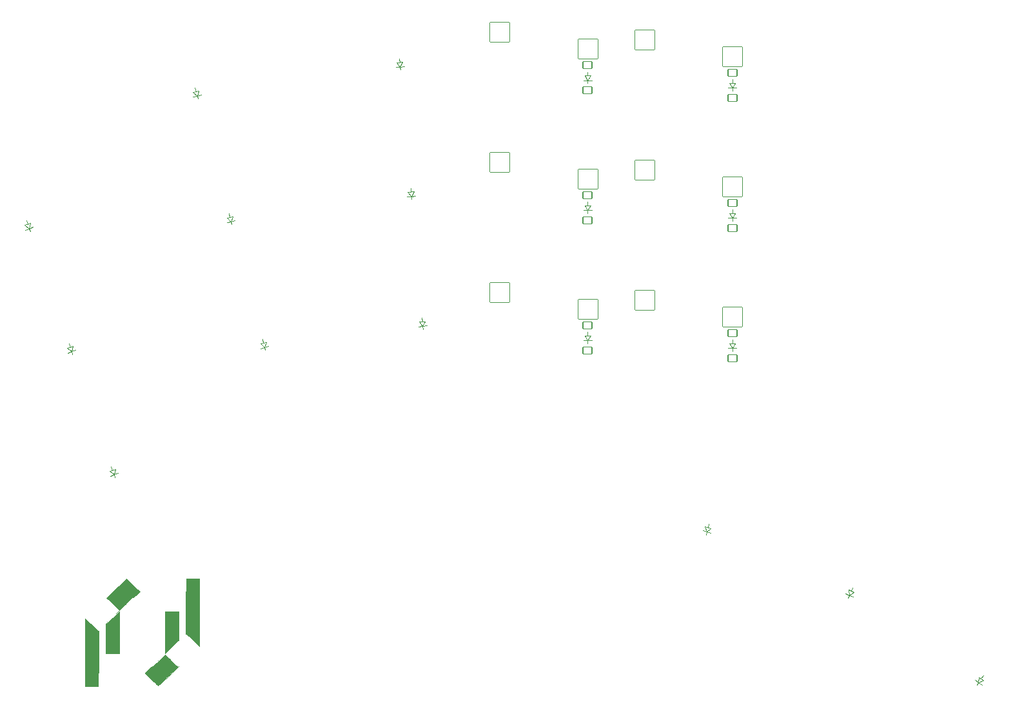
<source format=gbo>
%TF.GenerationSoftware,KiCad,Pcbnew,5.99.0-unknown-fa82fcb809~131~ubuntu20.04.1*%
%TF.CreationDate,2021-08-27T12:31:07+02:00*%
%TF.ProjectId,tuck-n-roll,7475636b-2d6e-42d7-926f-6c6c2e6b6963,VERSION_HERE*%
%TF.SameCoordinates,Original*%
%TF.FileFunction,Legend,Bot*%
%TF.FilePolarity,Positive*%
%FSLAX46Y46*%
G04 Gerber Fmt 4.6, Leading zero omitted, Abs format (unit mm)*
G04 Created by KiCad (PCBNEW 5.99.0-unknown-fa82fcb809~131~ubuntu20.04.1) date 2021-08-27 12:31:07*
%MOMM*%
%LPD*%
G01*
G04 APERTURE LIST*
G04 Aperture macros list*
%AMRoundRect*
0 Rectangle with rounded corners*
0 $1 Rounding radius*
0 $2 $3 $4 $5 $6 $7 $8 $9 X,Y pos of 4 corners*
0 Add a 4 corners polygon primitive as box body*
4,1,4,$2,$3,$4,$5,$6,$7,$8,$9,$2,$3,0*
0 Add four circle primitives for the rounded corners*
1,1,$1+$1,$2,$3*
1,1,$1+$1,$4,$5*
1,1,$1+$1,$6,$7*
1,1,$1+$1,$8,$9*
0 Add four rect primitives between the rounded corners*
20,1,$1+$1,$2,$3,$4,$5,0*
20,1,$1+$1,$4,$5,$6,$7,0*
20,1,$1+$1,$6,$7,$8,$9,0*
20,1,$1+$1,$8,$9,$2,$3,0*%
%AMRotRect*
0 Rectangle, with rotation*
0 The origin of the aperture is its center*
0 $1 length*
0 $2 width*
0 $3 Rotation angle, in degrees counterclockwise*
0 Add horizontal line*
21,1,$1,$2,0,0,$3*%
G04 Aperture macros list end*
%ADD10C,0.010000*%
%ADD11C,0.100000*%
%ADD12RotRect,1.752600X1.752600X233.000000*%
%ADD13C,1.752600*%
%ADD14C,1.801800*%
%ADD15C,3.529000*%
%ADD16C,2.132000*%
%ADD17C,3.100000*%
%ADD18RoundRect,0.050000X-1.300000X-1.300000X1.300000X-1.300000X1.300000X1.300000X-1.300000X1.300000X0*%
%ADD19RoundRect,0.050000X-0.919239X-1.592168X1.592168X-0.919239X0.919239X1.592168X-1.592168X0.919239X0*%
%ADD20C,1.600000*%
%ADD21C,1.700000*%
%ADD22RoundRect,0.050000X-1.727604X-0.628796X0.628796X-1.727604X1.727604X0.628796X-0.628796X1.727604X0*%
%ADD23RoundRect,0.050000X-0.805936X-1.652413X1.652413X-0.805936X0.805936X1.652413X-1.652413X0.805936X0*%
%ADD24RoundRect,0.050000X0.600000X-0.450000X0.600000X0.450000X-0.600000X0.450000X-0.600000X-0.450000X0*%
%ADD25RoundRect,0.050000X0.713817X-0.230142X0.420805X0.620824X-0.713817X0.230142X-0.420805X-0.620824X0*%
%ADD26RoundRect,0.050000X0.463087X-0.589958X0.696024X0.279375X-0.463087X0.589958X-0.696024X-0.279375X0*%
%ADD27RoundRect,0.050000X0.233382X-0.712764X0.749601X0.024473X-0.233382X0.712764X-0.749601X-0.024473X0*%
%ADD28RoundRect,0.050000X0.636937X-0.395994X0.558497X0.500581X-0.636937X0.395994X-0.558497X-0.500581X0*%
%ADD29RoundRect,0.050000X-1.810547X-0.319248X0.319248X-1.810547X1.810547X0.319248X-0.319248X1.810547X0*%
%ADD30RoundRect,0.050000X0.696024X-0.279375X0.463087X0.589958X-0.696024X0.279375X-0.463087X-0.589958X0*%
%ADD31RoundRect,0.050000X-1.181751X-1.408356X1.408356X-1.181751X1.181751X1.408356X-1.408356X1.181751X0*%
%ADD32RoundRect,0.050000X-1.592168X-0.919239X0.919239X-1.592168X1.592168X0.919239X-0.919239X1.592168X0*%
%ADD33RoundRect,0.050000X0.353606X-0.661409X0.733963X0.154268X-0.353606X0.661409X-0.733963X-0.154268X0*%
%ADD34RoundRect,0.050000X-0.172474X1.227215X-1.227215X-0.172474X0.172474X-1.227215X1.227215X0.172474X0*%
%ADD35C,1.852600*%
G04 APERTURE END LIST*
D10*
%TO.C,G\u002A\u002A\u002A*%
X4089855Y-12242135D02*
X4134070Y-12281280D01*
X4134070Y-12281280D02*
X4202292Y-12343256D01*
X4202292Y-12343256D02*
X4291166Y-12424914D01*
X4291166Y-12424914D02*
X4397337Y-12523105D01*
X4397337Y-12523105D02*
X4517448Y-12634681D01*
X4517448Y-12634681D02*
X4648143Y-12756494D01*
X4648143Y-12756494D02*
X4786068Y-12885394D01*
X4786068Y-12885394D02*
X4927865Y-13018233D01*
X4927865Y-13018233D02*
X5070179Y-13151863D01*
X5070179Y-13151863D02*
X5209655Y-13283135D01*
X5209655Y-13283135D02*
X5342936Y-13408900D01*
X5342936Y-13408900D02*
X5466667Y-13526010D01*
X5466667Y-13526010D02*
X5577492Y-13631317D01*
X5577492Y-13631317D02*
X5672055Y-13721671D01*
X5672055Y-13721671D02*
X5747000Y-13793924D01*
X5747000Y-13793924D02*
X5798971Y-13844928D01*
X5798971Y-13844928D02*
X5824613Y-13871534D01*
X5824613Y-13871534D02*
X5826701Y-13874359D01*
X5826701Y-13874359D02*
X5812528Y-13890686D01*
X5812528Y-13890686D02*
X5769691Y-13933917D01*
X5769691Y-13933917D02*
X5700374Y-14001965D01*
X5700374Y-14001965D02*
X5606756Y-14092739D01*
X5606756Y-14092739D02*
X5491020Y-14204149D01*
X5491020Y-14204149D02*
X5355347Y-14334106D01*
X5355347Y-14334106D02*
X5201918Y-14480519D01*
X5201918Y-14480519D02*
X5032916Y-14641300D01*
X5032916Y-14641300D02*
X4850521Y-14814357D01*
X4850521Y-14814357D02*
X4656914Y-14997601D01*
X4656914Y-14997601D02*
X4466743Y-15177186D01*
X4466743Y-15177186D02*
X3100917Y-16465581D01*
X3100917Y-16465581D02*
X3100917Y-22150917D01*
X3100917Y-22150917D02*
X1322917Y-22150917D01*
X1322917Y-22150917D02*
X1322917Y-18111903D01*
X1322917Y-18111903D02*
X2192198Y-17291544D01*
X2192198Y-17291544D02*
X3061478Y-16471184D01*
X3061478Y-16471184D02*
X2980656Y-16392788D01*
X2980656Y-16392788D02*
X2949512Y-16362998D01*
X2949512Y-16362998D02*
X2890857Y-16307306D01*
X2890857Y-16307306D02*
X2807996Y-16228836D01*
X2807996Y-16228836D02*
X2704235Y-16130711D01*
X2704235Y-16130711D02*
X2582877Y-16016056D01*
X2582877Y-16016056D02*
X2447229Y-15887993D01*
X2447229Y-15887993D02*
X2300595Y-15749646D01*
X2300595Y-15749646D02*
X2146281Y-15604139D01*
X2146281Y-15604139D02*
X2116667Y-15576225D01*
X2116667Y-15576225D02*
X1964446Y-15432472D01*
X1964446Y-15432472D02*
X1821987Y-15297395D01*
X1821987Y-15297395D02*
X1692189Y-15173785D01*
X1692189Y-15173785D02*
X1577955Y-15064430D01*
X1577955Y-15064430D02*
X1482184Y-14972117D01*
X1482184Y-14972117D02*
X1407779Y-14899637D01*
X1407779Y-14899637D02*
X1357641Y-14849776D01*
X1357641Y-14849776D02*
X1334669Y-14825325D01*
X1334669Y-14825325D02*
X1333500Y-14823422D01*
X1333500Y-14823422D02*
X1348463Y-14807520D01*
X1348463Y-14807520D02*
X1391573Y-14765119D01*
X1391573Y-14765119D02*
X1460161Y-14698746D01*
X1460161Y-14698746D02*
X1551560Y-14610928D01*
X1551560Y-14610928D02*
X1663100Y-14504192D01*
X1663100Y-14504192D02*
X1792114Y-14381066D01*
X1792114Y-14381066D02*
X1935932Y-14244076D01*
X1935932Y-14244076D02*
X2091887Y-14095750D01*
X2091887Y-14095750D02*
X2257310Y-13938615D01*
X2257310Y-13938615D02*
X2429533Y-13775198D01*
X2429533Y-13775198D02*
X2605886Y-13608026D01*
X2605886Y-13608026D02*
X2783703Y-13439626D01*
X2783703Y-13439626D02*
X2960314Y-13272525D01*
X2960314Y-13272525D02*
X3133050Y-13109250D01*
X3133050Y-13109250D02*
X3299245Y-12952330D01*
X3299245Y-12952330D02*
X3456228Y-12804290D01*
X3456228Y-12804290D02*
X3601332Y-12667657D01*
X3601332Y-12667657D02*
X3731888Y-12544960D01*
X3731888Y-12544960D02*
X3845228Y-12438725D01*
X3845228Y-12438725D02*
X3938684Y-12351479D01*
X3938684Y-12351479D02*
X4009587Y-12285750D01*
X4009587Y-12285750D02*
X4055268Y-12244064D01*
X4055268Y-12244064D02*
X4073005Y-12228969D01*
X4073005Y-12228969D02*
X4089855Y-12242135D01*
X4089855Y-12242135D02*
X4089855Y-12242135D01*
G36*
X4089855Y-12242135D02*
G01*
X4134070Y-12281280D01*
X4202292Y-12343256D01*
X4291166Y-12424914D01*
X4397337Y-12523105D01*
X4517448Y-12634681D01*
X4648143Y-12756494D01*
X4786068Y-12885394D01*
X4927865Y-13018233D01*
X5070179Y-13151863D01*
X5209655Y-13283135D01*
X5342936Y-13408900D01*
X5466667Y-13526010D01*
X5577492Y-13631317D01*
X5672055Y-13721671D01*
X5747000Y-13793924D01*
X5798971Y-13844928D01*
X5824613Y-13871534D01*
X5826701Y-13874359D01*
X5812528Y-13890686D01*
X5769691Y-13933917D01*
X5700374Y-14001965D01*
X5606756Y-14092739D01*
X5491020Y-14204149D01*
X5355347Y-14334106D01*
X5201918Y-14480519D01*
X5032916Y-14641300D01*
X4850521Y-14814357D01*
X4656914Y-14997601D01*
X4466743Y-15177186D01*
X3100917Y-16465581D01*
X3100917Y-22150917D01*
X1322917Y-22150917D01*
X1322917Y-18111903D01*
X2192198Y-17291544D01*
X3061478Y-16471184D01*
X2980656Y-16392788D01*
X2949512Y-16362998D01*
X2890857Y-16307306D01*
X2807996Y-16228836D01*
X2704235Y-16130711D01*
X2582877Y-16016056D01*
X2447229Y-15887993D01*
X2300595Y-15749646D01*
X2146281Y-15604139D01*
X2116667Y-15576225D01*
X1964446Y-15432472D01*
X1821987Y-15297395D01*
X1692189Y-15173785D01*
X1577955Y-15064430D01*
X1482184Y-14972117D01*
X1407779Y-14899637D01*
X1357641Y-14849776D01*
X1334669Y-14825325D01*
X1333500Y-14823422D01*
X1348463Y-14807520D01*
X1391573Y-14765119D01*
X1460161Y-14698746D01*
X1551560Y-14610928D01*
X1663100Y-14504192D01*
X1792114Y-14381066D01*
X1935932Y-14244076D01*
X2091887Y-14095750D01*
X2257310Y-13938615D01*
X2429533Y-13775198D01*
X2605886Y-13608026D01*
X2783703Y-13439626D01*
X2960314Y-13272525D01*
X3133050Y-13109250D01*
X3299245Y-12952330D01*
X3456228Y-12804290D01*
X3601332Y-12667657D01*
X3731888Y-12544960D01*
X3845228Y-12438725D01*
X3938684Y-12351479D01*
X4009587Y-12285750D01*
X4055268Y-12244064D01*
X4073005Y-12228969D01*
X4089855Y-12242135D01*
G37*
X4089855Y-12242135D02*
X4134070Y-12281280D01*
X4202292Y-12343256D01*
X4291166Y-12424914D01*
X4397337Y-12523105D01*
X4517448Y-12634681D01*
X4648143Y-12756494D01*
X4786068Y-12885394D01*
X4927865Y-13018233D01*
X5070179Y-13151863D01*
X5209655Y-13283135D01*
X5342936Y-13408900D01*
X5466667Y-13526010D01*
X5577492Y-13631317D01*
X5672055Y-13721671D01*
X5747000Y-13793924D01*
X5798971Y-13844928D01*
X5824613Y-13871534D01*
X5826701Y-13874359D01*
X5812528Y-13890686D01*
X5769691Y-13933917D01*
X5700374Y-14001965D01*
X5606756Y-14092739D01*
X5491020Y-14204149D01*
X5355347Y-14334106D01*
X5201918Y-14480519D01*
X5032916Y-14641300D01*
X4850521Y-14814357D01*
X4656914Y-14997601D01*
X4466743Y-15177186D01*
X3100917Y-16465581D01*
X3100917Y-22150917D01*
X1322917Y-22150917D01*
X1322917Y-18111903D01*
X2192198Y-17291544D01*
X3061478Y-16471184D01*
X2980656Y-16392788D01*
X2949512Y-16362998D01*
X2890857Y-16307306D01*
X2807996Y-16228836D01*
X2704235Y-16130711D01*
X2582877Y-16016056D01*
X2447229Y-15887993D01*
X2300595Y-15749646D01*
X2146281Y-15604139D01*
X2116667Y-15576225D01*
X1964446Y-15432472D01*
X1821987Y-15297395D01*
X1692189Y-15173785D01*
X1577955Y-15064430D01*
X1482184Y-14972117D01*
X1407779Y-14899637D01*
X1357641Y-14849776D01*
X1334669Y-14825325D01*
X1333500Y-14823422D01*
X1348463Y-14807520D01*
X1391573Y-14765119D01*
X1460161Y-14698746D01*
X1551560Y-14610928D01*
X1663100Y-14504192D01*
X1792114Y-14381066D01*
X1935932Y-14244076D01*
X2091887Y-14095750D01*
X2257310Y-13938615D01*
X2429533Y-13775198D01*
X2605886Y-13608026D01*
X2783703Y-13439626D01*
X2960314Y-13272525D01*
X3133050Y-13109250D01*
X3299245Y-12952330D01*
X3456228Y-12804290D01*
X3601332Y-12667657D01*
X3731888Y-12544960D01*
X3845228Y-12438725D01*
X3938684Y-12351479D01*
X4009587Y-12285750D01*
X4055268Y-12244064D01*
X4073005Y-12228969D01*
X4089855Y-12242135D01*
X-524196Y-18206390D02*
X348607Y-19028834D01*
X348607Y-19028834D02*
X348929Y-22706542D01*
X348929Y-22706542D02*
X349250Y-26384250D01*
X349250Y-26384250D02*
X-527917Y-26384250D01*
X-527917Y-26384250D02*
X-716284Y-26383880D01*
X-716284Y-26383880D02*
X-891099Y-26382822D01*
X-891099Y-26382822D02*
X-1047914Y-26381156D01*
X-1047914Y-26381156D02*
X-1182286Y-26378963D01*
X-1182286Y-26378963D02*
X-1289767Y-26376321D01*
X-1289767Y-26376321D02*
X-1365912Y-26373312D01*
X-1365912Y-26373312D02*
X-1406275Y-26370014D01*
X-1406275Y-26370014D02*
X-1411626Y-26368375D01*
X-1411626Y-26368375D02*
X-1412207Y-26345985D01*
X-1412207Y-26345985D02*
X-1412677Y-26283218D01*
X-1412677Y-26283218D02*
X-1413037Y-26182030D01*
X-1413037Y-26182030D02*
X-1413288Y-26044377D01*
X-1413288Y-26044377D02*
X-1413433Y-25872216D01*
X-1413433Y-25872216D02*
X-1413472Y-25667502D01*
X-1413472Y-25667502D02*
X-1413409Y-25432191D01*
X-1413409Y-25432191D02*
X-1413244Y-25168240D01*
X-1413244Y-25168240D02*
X-1412979Y-24877605D01*
X-1412979Y-24877605D02*
X-1412617Y-24562242D01*
X-1412617Y-24562242D02*
X-1412158Y-24224107D01*
X-1412158Y-24224107D02*
X-1411605Y-23865156D01*
X-1411605Y-23865156D02*
X-1410959Y-23487346D01*
X-1410959Y-23487346D02*
X-1410222Y-23092631D01*
X-1410222Y-23092631D02*
X-1409397Y-22682970D01*
X-1409397Y-22682970D02*
X-1408483Y-22260317D01*
X-1408483Y-22260317D02*
X-1407583Y-21868223D01*
X-1407583Y-21868223D02*
X-1397000Y-17383946D01*
X-1397000Y-17383946D02*
X-524196Y-18206390D01*
X-524196Y-18206390D02*
X-524196Y-18206390D01*
G36*
X-524196Y-18206390D02*
G01*
X348607Y-19028834D01*
X348929Y-22706542D01*
X349250Y-26384250D01*
X-527917Y-26384250D01*
X-716284Y-26383880D01*
X-891099Y-26382822D01*
X-1047914Y-26381156D01*
X-1182286Y-26378963D01*
X-1289767Y-26376321D01*
X-1365912Y-26373312D01*
X-1406275Y-26370014D01*
X-1411626Y-26368375D01*
X-1412207Y-26345985D01*
X-1412677Y-26283218D01*
X-1413037Y-26182030D01*
X-1413288Y-26044377D01*
X-1413433Y-25872216D01*
X-1413472Y-25667502D01*
X-1413409Y-25432191D01*
X-1413244Y-25168240D01*
X-1412979Y-24877605D01*
X-1412617Y-24562242D01*
X-1412158Y-24224107D01*
X-1411605Y-23865156D01*
X-1410959Y-23487346D01*
X-1410222Y-23092631D01*
X-1409397Y-22682970D01*
X-1408483Y-22260317D01*
X-1407583Y-21868223D01*
X-1397000Y-17383946D01*
X-524196Y-18206390D01*
G37*
X-524196Y-18206390D02*
X348607Y-19028834D01*
X348929Y-22706542D01*
X349250Y-26384250D01*
X-527917Y-26384250D01*
X-716284Y-26383880D01*
X-891099Y-26382822D01*
X-1047914Y-26381156D01*
X-1182286Y-26378963D01*
X-1289767Y-26376321D01*
X-1365912Y-26373312D01*
X-1406275Y-26370014D01*
X-1411626Y-26368375D01*
X-1412207Y-26345985D01*
X-1412677Y-26283218D01*
X-1413037Y-26182030D01*
X-1413288Y-26044377D01*
X-1413433Y-25872216D01*
X-1413472Y-25667502D01*
X-1413409Y-25432191D01*
X-1413244Y-25168240D01*
X-1412979Y-24877605D01*
X-1412617Y-24562242D01*
X-1412158Y-24224107D01*
X-1411605Y-23865156D01*
X-1410959Y-23487346D01*
X-1410222Y-23092631D01*
X-1409397Y-22682970D01*
X-1408483Y-22260317D01*
X-1407583Y-21868223D01*
X-1397000Y-17383946D01*
X-524196Y-18206390D01*
X13599584Y-16721667D02*
X13599510Y-17154794D01*
X13599510Y-17154794D02*
X13599294Y-17576557D01*
X13599294Y-17576557D02*
X13598942Y-17985014D01*
X13598942Y-17985014D02*
X13598461Y-18378222D01*
X13598461Y-18378222D02*
X13597859Y-18754236D01*
X13597859Y-18754236D02*
X13597141Y-19111115D01*
X13597141Y-19111115D02*
X13596315Y-19446915D01*
X13596315Y-19446915D02*
X13595388Y-19759692D01*
X13595388Y-19759692D02*
X13594366Y-20047504D01*
X13594366Y-20047504D02*
X13593257Y-20308407D01*
X13593257Y-20308407D02*
X13592067Y-20540458D01*
X13592067Y-20540458D02*
X13590802Y-20741715D01*
X13590802Y-20741715D02*
X13589471Y-20910233D01*
X13589471Y-20910233D02*
X13588080Y-21044071D01*
X13588080Y-21044071D02*
X13586635Y-21141284D01*
X13586635Y-21141284D02*
X13585143Y-21199929D01*
X13585143Y-21199929D02*
X13583709Y-21218154D01*
X13583709Y-21218154D02*
X13565838Y-21203734D01*
X13565838Y-21203734D02*
X13520073Y-21162746D01*
X13520073Y-21162746D02*
X13449204Y-21097789D01*
X13449204Y-21097789D02*
X13356019Y-21011462D01*
X13356019Y-21011462D02*
X13243308Y-20906363D01*
X13243308Y-20906363D02*
X13113858Y-20785091D01*
X13113858Y-20785091D02*
X12970459Y-20650244D01*
X12970459Y-20650244D02*
X12815901Y-20504423D01*
X12815901Y-20504423D02*
X12694709Y-20389770D01*
X12694709Y-20389770D02*
X11821584Y-19562816D01*
X11821584Y-19562816D02*
X11821584Y-12223750D01*
X11821584Y-12223750D02*
X13599584Y-12223750D01*
X13599584Y-12223750D02*
X13599584Y-16721667D01*
X13599584Y-16721667D02*
X13599584Y-16721667D01*
G36*
X13599584Y-16721667D02*
G01*
X13599510Y-17154794D01*
X13599294Y-17576557D01*
X13598942Y-17985014D01*
X13598461Y-18378222D01*
X13597859Y-18754236D01*
X13597141Y-19111115D01*
X13596315Y-19446915D01*
X13595388Y-19759692D01*
X13594366Y-20047504D01*
X13593257Y-20308407D01*
X13592067Y-20540458D01*
X13590802Y-20741715D01*
X13589471Y-20910233D01*
X13588080Y-21044071D01*
X13586635Y-21141284D01*
X13585143Y-21199929D01*
X13583709Y-21218154D01*
X13565838Y-21203734D01*
X13520073Y-21162746D01*
X13449204Y-21097789D01*
X13356019Y-21011462D01*
X13243308Y-20906363D01*
X13113858Y-20785091D01*
X12970459Y-20650244D01*
X12815901Y-20504423D01*
X12694709Y-20389770D01*
X11821584Y-19562816D01*
X11821584Y-12223750D01*
X13599584Y-12223750D01*
X13599584Y-16721667D01*
G37*
X13599584Y-16721667D02*
X13599510Y-17154794D01*
X13599294Y-17576557D01*
X13598942Y-17985014D01*
X13598461Y-18378222D01*
X13597859Y-18754236D01*
X13597141Y-19111115D01*
X13596315Y-19446915D01*
X13595388Y-19759692D01*
X13594366Y-20047504D01*
X13593257Y-20308407D01*
X13592067Y-20540458D01*
X13590802Y-20741715D01*
X13589471Y-20910233D01*
X13588080Y-21044071D01*
X13586635Y-21141284D01*
X13585143Y-21199929D01*
X13583709Y-21218154D01*
X13565838Y-21203734D01*
X13520073Y-21162746D01*
X13449204Y-21097789D01*
X13356019Y-21011462D01*
X13243308Y-20906363D01*
X13113858Y-20785091D01*
X12970459Y-20650244D01*
X12815901Y-20504423D01*
X12694709Y-20389770D01*
X11821584Y-19562816D01*
X11821584Y-12223750D01*
X13599584Y-12223750D01*
X13599584Y-16721667D01*
X10869084Y-20491282D02*
X10002939Y-21305225D01*
X10002939Y-21305225D02*
X9842501Y-21456201D01*
X9842501Y-21456201D02*
X9691640Y-21598567D01*
X9691640Y-21598567D02*
X9553128Y-21729681D01*
X9553128Y-21729681D02*
X9429732Y-21846903D01*
X9429732Y-21846903D02*
X9324222Y-21947592D01*
X9324222Y-21947592D02*
X9239367Y-22029107D01*
X9239367Y-22029107D02*
X9177937Y-22088808D01*
X9177937Y-22088808D02*
X9142702Y-22124054D01*
X9142702Y-22124054D02*
X9135106Y-22132756D01*
X9135106Y-22132756D02*
X9149748Y-22149387D01*
X9149748Y-22149387D02*
X9192487Y-22192381D01*
X9192487Y-22192381D02*
X9260579Y-22259100D01*
X9260579Y-22259100D02*
X9351281Y-22346906D01*
X9351281Y-22346906D02*
X9461849Y-22453160D01*
X9461849Y-22453160D02*
X9589541Y-22575224D01*
X9589541Y-22575224D02*
X9731615Y-22710459D01*
X9731615Y-22710459D02*
X9885326Y-22856229D01*
X9885326Y-22856229D02*
X10002252Y-22966779D01*
X10002252Y-22966779D02*
X10162261Y-23118399D01*
X10162261Y-23118399D02*
X10312149Y-23261444D01*
X10312149Y-23261444D02*
X10449228Y-23393281D01*
X10449228Y-23393281D02*
X10570811Y-23511277D01*
X10570811Y-23511277D02*
X10674211Y-23612798D01*
X10674211Y-23612798D02*
X10756741Y-23695209D01*
X10756741Y-23695209D02*
X10815713Y-23755879D01*
X10815713Y-23755879D02*
X10848441Y-23792172D01*
X10848441Y-23792172D02*
X10854210Y-23801767D01*
X10854210Y-23801767D02*
X10836591Y-23818158D01*
X10836591Y-23818158D02*
X10790422Y-23861449D01*
X10790422Y-23861449D02*
X10717965Y-23929509D01*
X10717965Y-23929509D02*
X10621484Y-24020210D01*
X10621484Y-24020210D02*
X10503242Y-24131423D01*
X10503242Y-24131423D02*
X10365501Y-24261017D01*
X10365501Y-24261017D02*
X10210525Y-24406864D01*
X10210525Y-24406864D02*
X10040578Y-24566836D01*
X10040578Y-24566836D02*
X9857921Y-24738801D01*
X9857921Y-24738801D02*
X9664819Y-24920633D01*
X9664819Y-24920633D02*
X9513390Y-25063243D01*
X9513390Y-25063243D02*
X9313152Y-25251793D01*
X9313152Y-25251793D02*
X9121101Y-25432556D01*
X9121101Y-25432556D02*
X8939560Y-25603351D01*
X8939560Y-25603351D02*
X8770856Y-25761993D01*
X8770856Y-25761993D02*
X8617311Y-25906298D01*
X8617311Y-25906298D02*
X8481251Y-26034085D01*
X8481251Y-26034085D02*
X8365000Y-26143168D01*
X8365000Y-26143168D02*
X8270883Y-26231365D01*
X8270883Y-26231365D02*
X8201224Y-26296493D01*
X8201224Y-26296493D02*
X8158347Y-26336367D01*
X8158347Y-26336367D02*
X8145284Y-26348285D01*
X8145284Y-26348285D02*
X8135265Y-26355887D01*
X8135265Y-26355887D02*
X8123960Y-26359653D01*
X8123960Y-26359653D02*
X8108876Y-26357450D01*
X8108876Y-26357450D02*
X8087520Y-26347145D01*
X8087520Y-26347145D02*
X8057401Y-26326604D01*
X8057401Y-26326604D02*
X8016026Y-26293696D01*
X8016026Y-26293696D02*
X7960903Y-26246286D01*
X7960903Y-26246286D02*
X7889539Y-26182242D01*
X7889539Y-26182242D02*
X7799443Y-26099430D01*
X7799443Y-26099430D02*
X7688122Y-25995718D01*
X7688122Y-25995718D02*
X7553083Y-25868972D01*
X7553083Y-25868972D02*
X7391835Y-25717060D01*
X7391835Y-25717060D02*
X7236144Y-25570175D01*
X7236144Y-25570175D02*
X7075780Y-25418623D01*
X7075780Y-25418623D02*
X6924834Y-25275534D01*
X6924834Y-25275534D02*
X6786090Y-25143576D01*
X6786090Y-25143576D02*
X6662333Y-25025420D01*
X6662333Y-25025420D02*
X6556346Y-24923732D01*
X6556346Y-24923732D02*
X6470913Y-24841183D01*
X6470913Y-24841183D02*
X6408819Y-24780442D01*
X6408819Y-24780442D02*
X6372847Y-24744176D01*
X6372847Y-24744176D02*
X6364706Y-24734801D01*
X6364706Y-24734801D02*
X6378801Y-24717775D01*
X6378801Y-24717775D02*
X6421578Y-24673875D01*
X6421578Y-24673875D02*
X6490855Y-24605197D01*
X6490855Y-24605197D02*
X6584451Y-24513841D01*
X6584451Y-24513841D02*
X6700182Y-24401904D01*
X6700182Y-24401904D02*
X6835865Y-24271485D01*
X6835865Y-24271485D02*
X6989320Y-24124681D01*
X6989320Y-24124681D02*
X7158363Y-23963591D01*
X7158363Y-23963591D02*
X7340811Y-23790313D01*
X7340811Y-23790313D02*
X7534483Y-23606945D01*
X7534483Y-23606945D02*
X7724032Y-23427994D01*
X7724032Y-23427994D02*
X9089818Y-22140334D01*
X9089818Y-22140334D02*
X9091084Y-16457084D01*
X9091084Y-16457084D02*
X10869084Y-16457084D01*
X10869084Y-16457084D02*
X10869084Y-20491282D01*
X10869084Y-20491282D02*
X10869084Y-20491282D01*
G36*
X10869084Y-20491282D02*
G01*
X10002939Y-21305225D01*
X9842501Y-21456201D01*
X9691640Y-21598567D01*
X9553128Y-21729681D01*
X9429732Y-21846903D01*
X9324222Y-21947592D01*
X9239367Y-22029107D01*
X9177937Y-22088808D01*
X9142702Y-22124054D01*
X9135106Y-22132756D01*
X9149748Y-22149387D01*
X9192487Y-22192381D01*
X9260579Y-22259100D01*
X9351281Y-22346906D01*
X9461849Y-22453160D01*
X9589541Y-22575224D01*
X9731615Y-22710459D01*
X9885326Y-22856229D01*
X10002252Y-22966779D01*
X10162261Y-23118399D01*
X10312149Y-23261444D01*
X10449228Y-23393281D01*
X10570811Y-23511277D01*
X10674211Y-23612798D01*
X10756741Y-23695209D01*
X10815713Y-23755879D01*
X10848441Y-23792172D01*
X10854210Y-23801767D01*
X10836591Y-23818158D01*
X10790422Y-23861449D01*
X10717965Y-23929509D01*
X10621484Y-24020210D01*
X10503242Y-24131423D01*
X10365501Y-24261017D01*
X10210525Y-24406864D01*
X10040578Y-24566836D01*
X9857921Y-24738801D01*
X9664819Y-24920633D01*
X9513390Y-25063243D01*
X9313152Y-25251793D01*
X9121101Y-25432556D01*
X8939560Y-25603351D01*
X8770856Y-25761993D01*
X8617311Y-25906298D01*
X8481251Y-26034085D01*
X8365000Y-26143168D01*
X8270883Y-26231365D01*
X8201224Y-26296493D01*
X8158347Y-26336367D01*
X8145284Y-26348285D01*
X8135265Y-26355887D01*
X8123960Y-26359653D01*
X8108876Y-26357450D01*
X8087520Y-26347145D01*
X8057401Y-26326604D01*
X8016026Y-26293696D01*
X7960903Y-26246286D01*
X7889539Y-26182242D01*
X7799443Y-26099430D01*
X7688122Y-25995718D01*
X7553083Y-25868972D01*
X7391835Y-25717060D01*
X7236144Y-25570175D01*
X7075780Y-25418623D01*
X6924834Y-25275534D01*
X6786090Y-25143576D01*
X6662333Y-25025420D01*
X6556346Y-24923732D01*
X6470913Y-24841183D01*
X6408819Y-24780442D01*
X6372847Y-24744176D01*
X6364706Y-24734801D01*
X6378801Y-24717775D01*
X6421578Y-24673875D01*
X6490855Y-24605197D01*
X6584451Y-24513841D01*
X6700182Y-24401904D01*
X6835865Y-24271485D01*
X6989320Y-24124681D01*
X7158363Y-23963591D01*
X7340811Y-23790313D01*
X7534483Y-23606945D01*
X7724032Y-23427994D01*
X9089818Y-22140334D01*
X9091084Y-16457084D01*
X10869084Y-16457084D01*
X10869084Y-20491282D01*
G37*
X10869084Y-20491282D02*
X10002939Y-21305225D01*
X9842501Y-21456201D01*
X9691640Y-21598567D01*
X9553128Y-21729681D01*
X9429732Y-21846903D01*
X9324222Y-21947592D01*
X9239367Y-22029107D01*
X9177937Y-22088808D01*
X9142702Y-22124054D01*
X9135106Y-22132756D01*
X9149748Y-22149387D01*
X9192487Y-22192381D01*
X9260579Y-22259100D01*
X9351281Y-22346906D01*
X9461849Y-22453160D01*
X9589541Y-22575224D01*
X9731615Y-22710459D01*
X9885326Y-22856229D01*
X10002252Y-22966779D01*
X10162261Y-23118399D01*
X10312149Y-23261444D01*
X10449228Y-23393281D01*
X10570811Y-23511277D01*
X10674211Y-23612798D01*
X10756741Y-23695209D01*
X10815713Y-23755879D01*
X10848441Y-23792172D01*
X10854210Y-23801767D01*
X10836591Y-23818158D01*
X10790422Y-23861449D01*
X10717965Y-23929509D01*
X10621484Y-24020210D01*
X10503242Y-24131423D01*
X10365501Y-24261017D01*
X10210525Y-24406864D01*
X10040578Y-24566836D01*
X9857921Y-24738801D01*
X9664819Y-24920633D01*
X9513390Y-25063243D01*
X9313152Y-25251793D01*
X9121101Y-25432556D01*
X8939560Y-25603351D01*
X8770856Y-25761993D01*
X8617311Y-25906298D01*
X8481251Y-26034085D01*
X8365000Y-26143168D01*
X8270883Y-26231365D01*
X8201224Y-26296493D01*
X8158347Y-26336367D01*
X8145284Y-26348285D01*
X8135265Y-26355887D01*
X8123960Y-26359653D01*
X8108876Y-26357450D01*
X8087520Y-26347145D01*
X8057401Y-26326604D01*
X8016026Y-26293696D01*
X7960903Y-26246286D01*
X7889539Y-26182242D01*
X7799443Y-26099430D01*
X7688122Y-25995718D01*
X7553083Y-25868972D01*
X7391835Y-25717060D01*
X7236144Y-25570175D01*
X7075780Y-25418623D01*
X6924834Y-25275534D01*
X6786090Y-25143576D01*
X6662333Y-25025420D01*
X6556346Y-24923732D01*
X6470913Y-24841183D01*
X6408819Y-24780442D01*
X6372847Y-24744176D01*
X6364706Y-24734801D01*
X6378801Y-24717775D01*
X6421578Y-24673875D01*
X6490855Y-24605197D01*
X6584451Y-24513841D01*
X6700182Y-24401904D01*
X6835865Y-24271485D01*
X6989320Y-24124681D01*
X7158363Y-23963591D01*
X7340811Y-23790313D01*
X7534483Y-23606945D01*
X7724032Y-23427994D01*
X9089818Y-22140334D01*
X9091084Y-16457084D01*
X10869084Y-16457084D01*
X10869084Y-20491282D01*
D11*
%TO.C,D11*%
X64972091Y36740601D02*
X64572091Y36140601D01*
X64572091Y36140601D02*
X65122091Y36140601D01*
X64572091Y36140601D02*
X64022091Y36140601D01*
X64572091Y36140601D02*
X64172091Y36740601D01*
X64572091Y36740601D02*
X64572091Y37240601D01*
X64572091Y35740601D02*
X64572091Y36140601D01*
X64172091Y36740601D02*
X64972091Y36740601D01*
%TO.C,D3*%
X-9328160Y34202640D02*
X-8571746Y34463095D01*
X-8754612Y33765556D02*
X-9274647Y33586494D01*
X-8624385Y33387349D02*
X-8754612Y33765556D01*
X-8754612Y33765556D02*
X-8234577Y33944619D01*
X-8949953Y34332868D02*
X-9112737Y34805627D01*
X-8571746Y34463095D02*
X-8754612Y33765556D01*
X-8754612Y33765556D02*
X-9328160Y34202640D01*
%TO.C,D10*%
X64572091Y18640601D02*
X64572091Y19040601D01*
X64172091Y19640601D02*
X64972091Y19640601D01*
X64572091Y19040601D02*
X64022091Y19040601D01*
X64572091Y19640601D02*
X64572091Y20140601D01*
X64972091Y19640601D02*
X64572091Y19040601D01*
X64572091Y19040601D02*
X64172091Y19640601D01*
X64572091Y19040601D02*
X65122091Y19040601D01*
%TO.C,D16*%
X80200392Y-6082730D02*
X79669133Y-5940380D01*
X80200392Y-6082730D02*
X79969313Y-5399647D01*
X80200392Y-6082730D02*
X80731652Y-6225081D01*
X79969313Y-5399647D02*
X80742054Y-5606702D01*
X80355684Y-5503175D02*
X80485093Y-5020212D01*
X80096865Y-6469100D02*
X80200392Y-6082730D01*
X80742054Y-5606702D02*
X80200392Y-6082730D01*
%TO.C,D18*%
X115906732Y-25165654D02*
X116562054Y-25624516D01*
X116234393Y-25395085D02*
X116521181Y-24985509D01*
X115890247Y-25886576D02*
X115906732Y-25165654D01*
X116562054Y-25624516D02*
X115890247Y-25886576D01*
X115890247Y-25886576D02*
X116340781Y-26202043D01*
X115660817Y-26214237D02*
X115890247Y-25886576D01*
X115890247Y-25886576D02*
X115439714Y-25571109D01*
%TO.C,D7*%
X42904193Y20941747D02*
X42453421Y21504601D01*
X42939055Y20543269D02*
X42904193Y20941747D01*
X42453421Y21504601D02*
X43250377Y21574326D01*
X42904193Y20941747D02*
X43452100Y20989683D01*
X42851899Y21539464D02*
X42808321Y22037561D01*
X42904193Y20941747D02*
X42356285Y20893811D01*
X43250377Y21574326D02*
X42904193Y20941747D01*
%TO.C,D14*%
X83572091Y34740601D02*
X83572091Y35140601D01*
X83972091Y35740601D02*
X83572091Y35140601D01*
X83572091Y35140601D02*
X84122091Y35140601D01*
X83572091Y35140601D02*
X83172091Y35740601D01*
X83572091Y35140601D02*
X83022091Y35140601D01*
X83572091Y35740601D02*
X83572091Y36240601D01*
X83172091Y35740601D02*
X83972091Y35740601D01*
%TO.C,D5*%
X17569699Y35258062D02*
X17440290Y35741025D01*
X17724991Y34678507D02*
X18256250Y34820857D01*
X17724991Y34678507D02*
X17193731Y34536156D01*
X17183329Y35154535D02*
X17956070Y35361590D01*
X17956070Y35361590D02*
X17724991Y34678507D01*
X17828518Y34292137D02*
X17724991Y34678507D01*
X17724991Y34678507D02*
X17183329Y35154535D01*
%TO.C,D13*%
X83172091Y18640601D02*
X83972091Y18640601D01*
X83972091Y18640601D02*
X83572091Y18040601D01*
X83572091Y18040601D02*
X83022091Y18040601D01*
X83572091Y18640601D02*
X83572091Y19140601D01*
X83572091Y18040601D02*
X83172091Y18640601D01*
X83572091Y17640601D02*
X83572091Y18040601D01*
X83572091Y18040601D02*
X84122091Y18040601D01*
%TO.C,D9*%
X40269651Y55644185D02*
X39923467Y55011606D01*
X39958329Y54613128D02*
X39923467Y55011606D01*
X39871173Y55609323D02*
X39827595Y56107420D01*
X39923467Y55011606D02*
X40471374Y55059542D01*
X39923467Y55011606D02*
X39472695Y55574460D01*
X39472695Y55574460D02*
X40269651Y55644185D01*
X39923467Y55011606D02*
X39375559Y54963670D01*
%TO.C,D1*%
X2379819Y1428821D02*
X1806271Y1865905D01*
X2379819Y1428821D02*
X2899854Y1607884D01*
X2379819Y1428821D02*
X1859784Y1249759D01*
X2562685Y2126360D02*
X2379819Y1428821D01*
X1806271Y1865905D02*
X2562685Y2126360D01*
X2510046Y1050614D02*
X2379819Y1428821D01*
X2184478Y1996133D02*
X2021694Y2468892D01*
%TO.C,D12*%
X64572091Y53240601D02*
X64022091Y53240601D01*
X64972091Y53840601D02*
X64572091Y53240601D01*
X64572091Y53240601D02*
X64172091Y53840601D01*
X64572091Y53840601D02*
X64572091Y54340601D01*
X64572091Y53240601D02*
X65122091Y53240601D01*
X64572091Y52840601D02*
X64572091Y53240601D01*
X64172091Y53840601D02*
X64972091Y53840601D01*
%TO.C,D2*%
X-3760945Y18034273D02*
X-3004531Y18294728D01*
X-3187397Y17597189D02*
X-2667362Y17776252D01*
X-3187397Y17597189D02*
X-3760945Y18034273D01*
X-3057170Y17218982D02*
X-3187397Y17597189D01*
X-3187397Y17597189D02*
X-3707432Y17418127D01*
X-3382738Y18164501D02*
X-3545522Y18637260D01*
X-3004531Y18294728D02*
X-3187397Y17597189D01*
%TO.C,D15*%
X83572091Y52240601D02*
X83172091Y52840601D01*
X83572091Y52240601D02*
X84122091Y52240601D01*
X83572091Y51840601D02*
X83572091Y52240601D01*
X83172091Y52840601D02*
X83972091Y52840601D01*
X83572091Y52840601D02*
X83572091Y53340601D01*
X83572091Y52240601D02*
X83022091Y52240601D01*
X83972091Y52840601D02*
X83572091Y52240601D01*
%TO.C,D17*%
X98911626Y-14423425D02*
X98413156Y-14190985D01*
X98802673Y-13710593D02*
X99527720Y-14048687D01*
X98911626Y-14423425D02*
X99410095Y-14655865D01*
X98742578Y-14785948D02*
X98911626Y-14423425D01*
X98911626Y-14423425D02*
X98802673Y-13710593D01*
X99165197Y-13879640D02*
X99376506Y-13426486D01*
X99527720Y-14048687D02*
X98911626Y-14423425D01*
%TO.C,D4*%
X22150797Y18161175D02*
X21609135Y18637203D01*
X22150797Y18161175D02*
X22682056Y18303525D01*
X22150797Y18161175D02*
X21619537Y18018824D01*
X22381876Y18844258D02*
X22150797Y18161175D01*
X22254324Y17774805D02*
X22150797Y18161175D01*
X21609135Y18637203D02*
X22381876Y18844258D01*
X21995505Y18740730D02*
X21866096Y19223693D01*
%TO.C,D8*%
X41413830Y37976676D02*
X41961737Y38024612D01*
X41760014Y38609255D02*
X41413830Y37976676D01*
X41361536Y38574393D02*
X41317958Y39072490D01*
X41448692Y37578198D02*
X41413830Y37976676D01*
X41413830Y37976676D02*
X40865922Y37928740D01*
X40963058Y38539530D02*
X41760014Y38609255D01*
X41413830Y37976676D02*
X40963058Y38539530D01*
%TO.C,D6*%
X12757524Y51671867D02*
X13530265Y51878922D01*
X13299186Y51195839D02*
X12757524Y51671867D01*
X13143894Y51775394D02*
X13014485Y52258357D01*
X13299186Y51195839D02*
X12767926Y51053488D01*
X13299186Y51195839D02*
X13830445Y51338189D01*
X13530265Y51878922D02*
X13299186Y51195839D01*
X13402713Y50809469D02*
X13299186Y51195839D01*
%TD*%
D12*
%TO.C,MCU1*%
X105643844Y60333370D03*
D13*
X104115234Y58304835D03*
X102586624Y56276301D03*
X101058014Y54247767D03*
X99529404Y52219233D03*
X98000793Y50190699D03*
X96472183Y48162164D03*
X94943573Y46133630D03*
X93414963Y44105096D03*
X91886353Y42076562D03*
X90357743Y40048028D03*
X88829133Y38019493D03*
X117815049Y51161709D03*
X116286439Y49133174D03*
X114757829Y47104640D03*
X113229219Y45076106D03*
X111700609Y43047572D03*
X110171999Y41019038D03*
X108643389Y38990503D03*
X107114778Y36961969D03*
X105586168Y34933435D03*
X104057558Y32904901D03*
X102528948Y30876367D03*
X101000338Y28847832D03*
%TD*%
%LPC*%
D10*
%TO.C,G\u002A\u002A\u002A*%
X10869084Y-16478250D02*
X3082600Y-16478250D01*
X3082600Y-16478250D02*
X1726130Y-17758834D01*
X1726130Y-17758834D02*
X1524366Y-17949119D01*
X1524366Y-17949119D02*
X1331270Y-18130860D01*
X1331270Y-18130860D02*
X1149071Y-18301978D01*
X1149071Y-18301978D02*
X980000Y-18460396D01*
X980000Y-18460396D02*
X826286Y-18604039D01*
X826286Y-18604039D02*
X690157Y-18730827D01*
X690157Y-18730827D02*
X573845Y-18838685D01*
X573845Y-18838685D02*
X479579Y-18925535D01*
X479579Y-18925535D02*
X409589Y-18989301D01*
X409589Y-18989301D02*
X366103Y-19027904D01*
X366103Y-19027904D02*
X351474Y-19039417D01*
X351474Y-19039417D02*
X333044Y-19025312D01*
X333044Y-19025312D02*
X286765Y-18984778D01*
X286765Y-18984778D02*
X215533Y-18920482D01*
X215533Y-18920482D02*
X122245Y-18835096D01*
X122245Y-18835096D02*
X9797Y-18731286D01*
X9797Y-18731286D02*
X-118913Y-18611724D01*
X-118913Y-18611724D02*
X-260989Y-18479077D01*
X-260989Y-18479077D02*
X-413534Y-18336015D01*
X-413534Y-18336015D02*
X-489522Y-18264525D01*
X-489522Y-18264525D02*
X-647443Y-18115783D01*
X-647443Y-18115783D02*
X-797219Y-17974676D01*
X-797219Y-17974676D02*
X-935801Y-17844080D01*
X-935801Y-17844080D02*
X-1060137Y-17726873D01*
X-1060137Y-17726873D02*
X-1167178Y-17625929D01*
X-1167178Y-17625929D02*
X-1253872Y-17544127D01*
X-1253872Y-17544127D02*
X-1317169Y-17484343D01*
X-1317169Y-17484343D02*
X-1354018Y-17449453D01*
X-1354018Y-17449453D02*
X-1361008Y-17442785D01*
X-1361008Y-17442785D02*
X-1409684Y-17395938D01*
X-1409684Y-17395938D02*
X-162138Y-16218475D01*
X-162138Y-16218475D02*
X34558Y-16032856D01*
X34558Y-16032856D02*
X224845Y-15853340D01*
X224845Y-15853340D02*
X406114Y-15682385D01*
X406114Y-15682385D02*
X575757Y-15522447D01*
X575757Y-15522447D02*
X731164Y-15375984D01*
X731164Y-15375984D02*
X869728Y-15245455D01*
X869728Y-15245455D02*
X988840Y-15133318D01*
X988840Y-15133318D02*
X1085890Y-15042029D01*
X1085890Y-15042029D02*
X1158271Y-14974047D01*
X1158271Y-14974047D02*
X1203373Y-14931829D01*
X1203373Y-14931829D02*
X1212079Y-14923737D01*
X1212079Y-14923737D02*
X1338749Y-14806462D01*
X1338749Y-14806462D02*
X2212694Y-15630784D01*
X2212694Y-15630784D02*
X3086639Y-16455105D01*
X3086639Y-16455105D02*
X3405986Y-16151995D01*
X3405986Y-16151995D02*
X3501491Y-16061404D01*
X3501491Y-16061404D02*
X3621067Y-15948071D01*
X3621067Y-15948071D02*
X3758023Y-15818335D01*
X3758023Y-15818335D02*
X3905665Y-15678533D01*
X3905665Y-15678533D02*
X4057300Y-15535003D01*
X4057300Y-15535003D02*
X4206235Y-15394084D01*
X4206235Y-15394084D02*
X4275667Y-15328412D01*
X4275667Y-15328412D02*
X4826000Y-14807939D01*
X4826000Y-14807939D02*
X7847542Y-14807011D01*
X7847542Y-14807011D02*
X10869084Y-14806084D01*
X10869084Y-14806084D02*
X10869084Y-16478250D01*
X10869084Y-16478250D02*
X10869084Y-16478250D01*
G36*
X10869084Y-16478250D02*
G01*
X3082600Y-16478250D01*
X1726130Y-17758834D01*
X1524366Y-17949119D01*
X1331270Y-18130860D01*
X1149071Y-18301978D01*
X980000Y-18460396D01*
X826286Y-18604039D01*
X690157Y-18730827D01*
X573845Y-18838685D01*
X479579Y-18925535D01*
X409589Y-18989301D01*
X366103Y-19027904D01*
X351474Y-19039417D01*
X333044Y-19025312D01*
X286765Y-18984778D01*
X215533Y-18920482D01*
X122245Y-18835096D01*
X9797Y-18731286D01*
X-118913Y-18611724D01*
X-260989Y-18479077D01*
X-413534Y-18336015D01*
X-489522Y-18264525D01*
X-647443Y-18115783D01*
X-797219Y-17974676D01*
X-935801Y-17844080D01*
X-1060137Y-17726873D01*
X-1167178Y-17625929D01*
X-1253872Y-17544127D01*
X-1317169Y-17484343D01*
X-1354018Y-17449453D01*
X-1361008Y-17442785D01*
X-1409684Y-17395938D01*
X-162138Y-16218475D01*
X34558Y-16032856D01*
X224845Y-15853340D01*
X406114Y-15682385D01*
X575757Y-15522447D01*
X731164Y-15375984D01*
X869728Y-15245455D01*
X988840Y-15133318D01*
X1085890Y-15042029D01*
X1158271Y-14974047D01*
X1203373Y-14931829D01*
X1212079Y-14923737D01*
X1338749Y-14806462D01*
X2212694Y-15630784D01*
X3086639Y-16455105D01*
X3405986Y-16151995D01*
X3501491Y-16061404D01*
X3621067Y-15948071D01*
X3758023Y-15818335D01*
X3905665Y-15678533D01*
X4057300Y-15535003D01*
X4206235Y-15394084D01*
X4275667Y-15328412D01*
X4826000Y-14807939D01*
X7847542Y-14807011D01*
X10869084Y-14806084D01*
X10869084Y-16478250D01*
G37*
X10869084Y-16478250D02*
X3082600Y-16478250D01*
X1726130Y-17758834D01*
X1524366Y-17949119D01*
X1331270Y-18130860D01*
X1149071Y-18301978D01*
X980000Y-18460396D01*
X826286Y-18604039D01*
X690157Y-18730827D01*
X573845Y-18838685D01*
X479579Y-18925535D01*
X409589Y-18989301D01*
X366103Y-19027904D01*
X351474Y-19039417D01*
X333044Y-19025312D01*
X286765Y-18984778D01*
X215533Y-18920482D01*
X122245Y-18835096D01*
X9797Y-18731286D01*
X-118913Y-18611724D01*
X-260989Y-18479077D01*
X-413534Y-18336015D01*
X-489522Y-18264525D01*
X-647443Y-18115783D01*
X-797219Y-17974676D01*
X-935801Y-17844080D01*
X-1060137Y-17726873D01*
X-1167178Y-17625929D01*
X-1253872Y-17544127D01*
X-1317169Y-17484343D01*
X-1354018Y-17449453D01*
X-1361008Y-17442785D01*
X-1409684Y-17395938D01*
X-162138Y-16218475D01*
X34558Y-16032856D01*
X224845Y-15853340D01*
X406114Y-15682385D01*
X575757Y-15522447D01*
X731164Y-15375984D01*
X869728Y-15245455D01*
X988840Y-15133318D01*
X1085890Y-15042029D01*
X1158271Y-14974047D01*
X1203373Y-14931829D01*
X1212079Y-14923737D01*
X1338749Y-14806462D01*
X2212694Y-15630784D01*
X3086639Y-16455105D01*
X3405986Y-16151995D01*
X3501491Y-16061404D01*
X3621067Y-15948071D01*
X3758023Y-15818335D01*
X3905665Y-15678533D01*
X4057300Y-15535003D01*
X4206235Y-15394084D01*
X4275667Y-15328412D01*
X4826000Y-14807939D01*
X7847542Y-14807011D01*
X10869084Y-14806084D01*
X10869084Y-16478250D01*
X3360209Y-24713263D02*
X6371167Y-24714442D01*
X6371167Y-24714442D02*
X7164917Y-25465107D01*
X7164917Y-25465107D02*
X7321376Y-25613159D01*
X7321376Y-25613159D02*
X7470892Y-25754805D01*
X7470892Y-25754805D02*
X7610174Y-25886917D01*
X7610174Y-25886917D02*
X7735933Y-26006367D01*
X7735933Y-26006367D02*
X7844880Y-26110028D01*
X7844880Y-26110028D02*
X7933726Y-26194773D01*
X7933726Y-26194773D02*
X7999181Y-26257473D01*
X7999181Y-26257473D02*
X8037957Y-26295002D01*
X8037957Y-26295002D02*
X8043022Y-26300011D01*
X8043022Y-26300011D02*
X8127378Y-26384250D01*
X8127378Y-26384250D02*
X349250Y-26384250D01*
X349250Y-26384250D02*
X349250Y-24712084D01*
X349250Y-24712084D02*
X3360209Y-24713263D01*
X3360209Y-24713263D02*
X3360209Y-24713263D01*
G36*
X3360209Y-24713263D02*
G01*
X6371167Y-24714442D01*
X7164917Y-25465107D01*
X7321376Y-25613159D01*
X7470892Y-25754805D01*
X7610174Y-25886917D01*
X7735933Y-26006367D01*
X7844880Y-26110028D01*
X7933726Y-26194773D01*
X7999181Y-26257473D01*
X8037957Y-26295002D01*
X8043022Y-26300011D01*
X8127378Y-26384250D01*
X349250Y-26384250D01*
X349250Y-24712084D01*
X3360209Y-24713263D01*
G37*
X3360209Y-24713263D02*
X6371167Y-24714442D01*
X7164917Y-25465107D01*
X7321376Y-25613159D01*
X7470892Y-25754805D01*
X7610174Y-25886917D01*
X7735933Y-26006367D01*
X7844880Y-26110028D01*
X7933726Y-26194773D01*
X7999181Y-26257473D01*
X8037957Y-26295002D01*
X8043022Y-26300011D01*
X8127378Y-26384250D01*
X349250Y-26384250D01*
X349250Y-24712084D01*
X3360209Y-24713263D01*
X11842750Y-13895917D02*
X5820834Y-13895527D01*
X5820834Y-13895527D02*
X4953000Y-13076818D01*
X4953000Y-13076818D02*
X4792359Y-12925088D01*
X4792359Y-12925088D02*
X4641112Y-12781880D01*
X4641112Y-12781880D02*
X4502041Y-12649850D01*
X4502041Y-12649850D02*
X4377926Y-12531656D01*
X4377926Y-12531656D02*
X4271549Y-12429955D01*
X4271549Y-12429955D02*
X4185691Y-12347404D01*
X4185691Y-12347404D02*
X4123131Y-12286659D01*
X4123131Y-12286659D02*
X4086653Y-12250379D01*
X4086653Y-12250379D02*
X4078111Y-12240929D01*
X4078111Y-12240929D02*
X4098191Y-12239151D01*
X4098191Y-12239151D02*
X4158517Y-12237424D01*
X4158517Y-12237424D02*
X4257004Y-12235757D01*
X4257004Y-12235757D02*
X4391565Y-12234160D01*
X4391565Y-12234160D02*
X4560114Y-12232641D01*
X4560114Y-12232641D02*
X4760564Y-12231209D01*
X4760564Y-12231209D02*
X4990828Y-12229875D01*
X4990828Y-12229875D02*
X5248821Y-12228647D01*
X5248821Y-12228647D02*
X5532456Y-12227534D01*
X5532456Y-12227534D02*
X5839647Y-12226546D01*
X5839647Y-12226546D02*
X6168306Y-12225692D01*
X6168306Y-12225692D02*
X6516348Y-12224982D01*
X6516348Y-12224982D02*
X6881687Y-12224424D01*
X6881687Y-12224424D02*
X7262235Y-12224027D01*
X7262235Y-12224027D02*
X7655907Y-12223802D01*
X7655907Y-12223802D02*
X7956903Y-12223750D01*
X7956903Y-12223750D02*
X11842750Y-12223750D01*
X11842750Y-12223750D02*
X11842750Y-13895917D01*
X11842750Y-13895917D02*
X11842750Y-13895917D01*
G36*
X11842750Y-13895917D02*
G01*
X5820834Y-13895527D01*
X4953000Y-13076818D01*
X4792359Y-12925088D01*
X4641112Y-12781880D01*
X4502041Y-12649850D01*
X4377926Y-12531656D01*
X4271549Y-12429955D01*
X4185691Y-12347404D01*
X4123131Y-12286659D01*
X4086653Y-12250379D01*
X4078111Y-12240929D01*
X4098191Y-12239151D01*
X4158517Y-12237424D01*
X4257004Y-12235757D01*
X4391565Y-12234160D01*
X4560114Y-12232641D01*
X4760564Y-12231209D01*
X4990828Y-12229875D01*
X5248821Y-12228647D01*
X5532456Y-12227534D01*
X5839647Y-12226546D01*
X6168306Y-12225692D01*
X6516348Y-12224982D01*
X6881687Y-12224424D01*
X7262235Y-12224027D01*
X7655907Y-12223802D01*
X7956903Y-12223750D01*
X11842750Y-12223750D01*
X11842750Y-13895917D01*
G37*
X11842750Y-13895917D02*
X5820834Y-13895527D01*
X4953000Y-13076818D01*
X4792359Y-12925088D01*
X4641112Y-12781880D01*
X4502041Y-12649850D01*
X4377926Y-12531656D01*
X4271549Y-12429955D01*
X4185691Y-12347404D01*
X4123131Y-12286659D01*
X4086653Y-12250379D01*
X4078111Y-12240929D01*
X4098191Y-12239151D01*
X4158517Y-12237424D01*
X4257004Y-12235757D01*
X4391565Y-12234160D01*
X4560114Y-12232641D01*
X4760564Y-12231209D01*
X4990828Y-12229875D01*
X5248821Y-12228647D01*
X5532456Y-12227534D01*
X5839647Y-12226546D01*
X6168306Y-12225692D01*
X6516348Y-12224982D01*
X6881687Y-12224424D01*
X7262235Y-12224027D01*
X7655907Y-12223802D01*
X7956903Y-12223750D01*
X11842750Y-12223750D01*
X11842750Y-13895917D01*
X11856122Y-19593256D02*
X11904158Y-19633394D01*
X11904158Y-19633394D02*
X11975767Y-19696388D01*
X11975767Y-19696388D02*
X12067556Y-19779046D01*
X12067556Y-19779046D02*
X12176132Y-19878173D01*
X12176132Y-19878173D02*
X12298102Y-19990578D01*
X12298102Y-19990578D02*
X12430075Y-20113067D01*
X12430075Y-20113067D02*
X12568657Y-20242448D01*
X12568657Y-20242448D02*
X12710457Y-20375527D01*
X12710457Y-20375527D02*
X12852081Y-20509111D01*
X12852081Y-20509111D02*
X12990137Y-20640007D01*
X12990137Y-20640007D02*
X13121232Y-20765023D01*
X13121232Y-20765023D02*
X13241974Y-20880965D01*
X13241974Y-20880965D02*
X13348971Y-20984641D01*
X13348971Y-20984641D02*
X13438830Y-21072857D01*
X13438830Y-21072857D02*
X13508158Y-21142420D01*
X13508158Y-21142420D02*
X13553563Y-21190138D01*
X13553563Y-21190138D02*
X13571652Y-21212817D01*
X13571652Y-21212817D02*
X13571818Y-21213776D01*
X13571818Y-21213776D02*
X13556113Y-21232326D01*
X13556113Y-21232326D02*
X13512054Y-21277408D01*
X13512054Y-21277408D02*
X13442163Y-21346591D01*
X13442163Y-21346591D02*
X13348960Y-21437445D01*
X13348960Y-21437445D02*
X13234968Y-21547539D01*
X13234968Y-21547539D02*
X13102708Y-21674444D01*
X13102708Y-21674444D02*
X12954702Y-21815729D01*
X12954702Y-21815729D02*
X12793471Y-21968964D01*
X12793471Y-21968964D02*
X12621537Y-22131718D01*
X12621537Y-22131718D02*
X12520084Y-22227465D01*
X12520084Y-22227465D02*
X12332764Y-22404080D01*
X12332764Y-22404080D02*
X12146564Y-22579680D01*
X12146564Y-22579680D02*
X11965079Y-22750874D01*
X11965079Y-22750874D02*
X11791901Y-22914271D01*
X11791901Y-22914271D02*
X11630626Y-23066477D01*
X11630626Y-23066477D02*
X11484847Y-23204102D01*
X11484847Y-23204102D02*
X11358158Y-23323753D01*
X11358158Y-23323753D02*
X11254152Y-23422037D01*
X11254152Y-23422037D02*
X11176424Y-23495564D01*
X11176424Y-23495564D02*
X11160930Y-23510239D01*
X11160930Y-23510239D02*
X10849526Y-23805267D01*
X10849526Y-23805267D02*
X9979523Y-22983384D01*
X9979523Y-22983384D02*
X9818871Y-22831748D01*
X9818871Y-22831748D02*
X9667547Y-22689172D01*
X9667547Y-22689172D02*
X9528321Y-22558248D01*
X9528321Y-22558248D02*
X9403963Y-22441567D01*
X9403963Y-22441567D02*
X9297242Y-22341723D01*
X9297242Y-22341723D02*
X9210928Y-22261307D01*
X9210928Y-22261307D02*
X9147790Y-22202912D01*
X9147790Y-22202912D02*
X9110598Y-22169130D01*
X9110598Y-22169130D02*
X9101419Y-22161500D01*
X9101419Y-22161500D02*
X9084975Y-22175616D01*
X9084975Y-22175616D02*
X9040555Y-22216236D01*
X9040555Y-22216236D02*
X8970932Y-22280764D01*
X8970932Y-22280764D02*
X8878879Y-22366608D01*
X8878879Y-22366608D02*
X8767167Y-22471172D01*
X8767167Y-22471172D02*
X8638571Y-22591863D01*
X8638571Y-22591863D02*
X8495862Y-22726086D01*
X8495862Y-22726086D02*
X8341813Y-22871248D01*
X8341813Y-22871248D02*
X8224768Y-22981709D01*
X8224768Y-22981709D02*
X7356218Y-23801917D01*
X7356218Y-23801917D02*
X1322917Y-23801917D01*
X1322917Y-23801917D02*
X1322917Y-22129750D01*
X1322917Y-22129750D02*
X9102958Y-22129750D01*
X9102958Y-22129750D02*
X10454910Y-20854459D01*
X10454910Y-20854459D02*
X10656567Y-20664533D01*
X10656567Y-20664533D02*
X10849753Y-20483161D01*
X10849753Y-20483161D02*
X11032215Y-20312425D01*
X11032215Y-20312425D02*
X11201699Y-20154409D01*
X11201699Y-20154409D02*
X11355950Y-20011196D01*
X11355950Y-20011196D02*
X11492714Y-19884867D01*
X11492714Y-19884867D02*
X11609737Y-19777506D01*
X11609737Y-19777506D02*
X11704766Y-19691196D01*
X11704766Y-19691196D02*
X11775546Y-19628020D01*
X11775546Y-19628020D02*
X11819824Y-19590059D01*
X11819824Y-19590059D02*
X11835050Y-19579167D01*
X11835050Y-19579167D02*
X11856122Y-19593256D01*
X11856122Y-19593256D02*
X11856122Y-19593256D01*
G36*
X11856122Y-19593256D02*
G01*
X11904158Y-19633394D01*
X11975767Y-19696388D01*
X12067556Y-19779046D01*
X12176132Y-19878173D01*
X12298102Y-19990578D01*
X12430075Y-20113067D01*
X12568657Y-20242448D01*
X12710457Y-20375527D01*
X12852081Y-20509111D01*
X12990137Y-20640007D01*
X13121232Y-20765023D01*
X13241974Y-20880965D01*
X13348971Y-20984641D01*
X13438830Y-21072857D01*
X13508158Y-21142420D01*
X13553563Y-21190138D01*
X13571652Y-21212817D01*
X13571818Y-21213776D01*
X13556113Y-21232326D01*
X13512054Y-21277408D01*
X13442163Y-21346591D01*
X13348960Y-21437445D01*
X13234968Y-21547539D01*
X13102708Y-21674444D01*
X12954702Y-21815729D01*
X12793471Y-21968964D01*
X12621537Y-22131718D01*
X12520084Y-22227465D01*
X12332764Y-22404080D01*
X12146564Y-22579680D01*
X11965079Y-22750874D01*
X11791901Y-22914271D01*
X11630626Y-23066477D01*
X11484847Y-23204102D01*
X11358158Y-23323753D01*
X11254152Y-23422037D01*
X11176424Y-23495564D01*
X11160930Y-23510239D01*
X10849526Y-23805267D01*
X9979523Y-22983384D01*
X9818871Y-22831748D01*
X9667547Y-22689172D01*
X9528321Y-22558248D01*
X9403963Y-22441567D01*
X9297242Y-22341723D01*
X9210928Y-22261307D01*
X9147790Y-22202912D01*
X9110598Y-22169130D01*
X9101419Y-22161500D01*
X9084975Y-22175616D01*
X9040555Y-22216236D01*
X8970932Y-22280764D01*
X8878879Y-22366608D01*
X8767167Y-22471172D01*
X8638571Y-22591863D01*
X8495862Y-22726086D01*
X8341813Y-22871248D01*
X8224768Y-22981709D01*
X7356218Y-23801917D01*
X1322917Y-23801917D01*
X1322917Y-22129750D01*
X9102958Y-22129750D01*
X10454910Y-20854459D01*
X10656567Y-20664533D01*
X10849753Y-20483161D01*
X11032215Y-20312425D01*
X11201699Y-20154409D01*
X11355950Y-20011196D01*
X11492714Y-19884867D01*
X11609737Y-19777506D01*
X11704766Y-19691196D01*
X11775546Y-19628020D01*
X11819824Y-19590059D01*
X11835050Y-19579167D01*
X11856122Y-19593256D01*
G37*
X11856122Y-19593256D02*
X11904158Y-19633394D01*
X11975767Y-19696388D01*
X12067556Y-19779046D01*
X12176132Y-19878173D01*
X12298102Y-19990578D01*
X12430075Y-20113067D01*
X12568657Y-20242448D01*
X12710457Y-20375527D01*
X12852081Y-20509111D01*
X12990137Y-20640007D01*
X13121232Y-20765023D01*
X13241974Y-20880965D01*
X13348971Y-20984641D01*
X13438830Y-21072857D01*
X13508158Y-21142420D01*
X13553563Y-21190138D01*
X13571652Y-21212817D01*
X13571818Y-21213776D01*
X13556113Y-21232326D01*
X13512054Y-21277408D01*
X13442163Y-21346591D01*
X13348960Y-21437445D01*
X13234968Y-21547539D01*
X13102708Y-21674444D01*
X12954702Y-21815729D01*
X12793471Y-21968964D01*
X12621537Y-22131718D01*
X12520084Y-22227465D01*
X12332764Y-22404080D01*
X12146564Y-22579680D01*
X11965079Y-22750874D01*
X11791901Y-22914271D01*
X11630626Y-23066477D01*
X11484847Y-23204102D01*
X11358158Y-23323753D01*
X11254152Y-23422037D01*
X11176424Y-23495564D01*
X11160930Y-23510239D01*
X10849526Y-23805267D01*
X9979523Y-22983384D01*
X9818871Y-22831748D01*
X9667547Y-22689172D01*
X9528321Y-22558248D01*
X9403963Y-22441567D01*
X9297242Y-22341723D01*
X9210928Y-22261307D01*
X9147790Y-22202912D01*
X9110598Y-22169130D01*
X9101419Y-22161500D01*
X9084975Y-22175616D01*
X9040555Y-22216236D01*
X8970932Y-22280764D01*
X8878879Y-22366608D01*
X8767167Y-22471172D01*
X8638571Y-22591863D01*
X8495862Y-22726086D01*
X8341813Y-22871248D01*
X8224768Y-22981709D01*
X7356218Y-23801917D01*
X1322917Y-23801917D01*
X1322917Y-22129750D01*
X9102958Y-22129750D01*
X10454910Y-20854459D01*
X10656567Y-20664533D01*
X10849753Y-20483161D01*
X11032215Y-20312425D01*
X11201699Y-20154409D01*
X11355950Y-20011196D01*
X11492714Y-19884867D01*
X11609737Y-19777506D01*
X11704766Y-19691196D01*
X11775546Y-19628020D01*
X11819824Y-19590059D01*
X11835050Y-19579167D01*
X11856122Y-19593256D01*
%TD*%
D14*
%TO.C,S20*%
X50822091Y19390601D03*
D15*
X56322091Y19390601D03*
D14*
X61822091Y19390601D03*
D16*
X61322091Y15590601D03*
X51322091Y15590601D03*
X56322091Y13490601D03*
X56322091Y13490601D03*
%TD*%
D17*
%TO.C,S25*%
X70322091Y22140601D03*
X75322091Y24340601D03*
X75322091Y24340601D03*
X80322091Y22140601D03*
D14*
X69822091Y18390601D03*
D15*
X75322091Y18390601D03*
D14*
X80822091Y18390601D03*
D18*
X72047091Y24340601D03*
X83597091Y22140601D03*
%TD*%
D17*
%TO.C,S7*%
X12551349Y22111251D03*
X17950380Y21280309D03*
D14*
X19403914Y17787497D03*
X8778730Y14940487D03*
D15*
X14091322Y16363992D03*
D17*
X8291121Y18692119D03*
X12551349Y22111251D03*
D19*
X9387942Y21263618D03*
X21113787Y22127941D03*
%TD*%
D14*
%TO.C,S24*%
X50822091Y53590601D03*
D15*
X56322091Y53590601D03*
D14*
X61822091Y53590601D03*
D16*
X61322091Y49790601D03*
X51322091Y49790601D03*
X56322091Y47690601D03*
X56322091Y47690601D03*
%TD*%
D17*
%TO.C,S19*%
X56322091Y25340601D03*
D14*
X50822091Y19390601D03*
D17*
X51322091Y23140601D03*
X56322091Y25340601D03*
D15*
X56322091Y19390601D03*
D17*
X61322091Y23140601D03*
D14*
X61822091Y19390601D03*
D18*
X53047091Y25340601D03*
X64597091Y23140601D03*
%TD*%
D15*
%TO.C,S26*%
X75322091Y18390601D03*
D14*
X69822091Y18390601D03*
X80822091Y18390601D03*
D16*
X70322091Y14590601D03*
X80322091Y14590601D03*
X75322091Y12490601D03*
X75322091Y12490601D03*
%TD*%
D20*
%TO.C,REF\u002A\u002A*%
X47022091Y5015601D03*
X47022091Y-6234399D03*
D21*
X57132091Y5015601D03*
X57132091Y-6234399D03*
X54592091Y5015601D03*
X54592091Y-6234399D03*
X52052091Y-6234399D03*
X52052091Y5015601D03*
X49512091Y-6234399D03*
X49512091Y5015601D03*
X59522091Y6240601D03*
X59522091Y-7459399D03*
X59522091Y4390601D03*
X59522091Y-5609399D03*
%TD*%
D15*
%TO.C,S14*%
X34655082Y20571380D03*
D14*
X29176011Y20092023D03*
X40134153Y21050737D03*
D16*
X39967247Y17221619D03*
X30005300Y16350061D03*
X35169301Y14693831D03*
X35169301Y14693831D03*
%TD*%
D17*
%TO.C,S33*%
X94097082Y-5227085D03*
X97698860Y-9334053D03*
X94097082Y-5227085D03*
D15*
X91582503Y-10619616D03*
D14*
X86597810Y-8295216D03*
D17*
X88635783Y-5107870D03*
D14*
X96567196Y-12944016D03*
D22*
X91128924Y-3843010D03*
X100667018Y-10718128D03*
%TD*%
D14*
%TO.C,S3*%
X-16302226Y13451558D03*
D17*
X-7595162Y20415718D03*
D15*
X-11101874Y15242183D03*
D17*
X-17050347Y17160037D03*
D14*
X-5901522Y17032808D03*
D17*
X-13039005Y20868019D03*
X-13039005Y20868019D03*
D23*
X-16135578Y19801783D03*
X-4498588Y21481954D03*
%TD*%
D24*
%TO.C,D11*%
X64572091Y34840601D03*
X64572091Y38140601D03*
%TD*%
D25*
%TO.C,D3*%
X-8331374Y32536382D03*
X-9405748Y35656594D03*
%TD*%
D14*
%TO.C,S30*%
X69822091Y52590601D03*
D15*
X75322091Y52590601D03*
D14*
X80822091Y52590601D03*
D16*
X70322091Y48790601D03*
X80322091Y48790601D03*
X75322091Y46690601D03*
X75322091Y46690601D03*
%TD*%
D15*
%TO.C,S34*%
X91582503Y-10619616D03*
D14*
X96567196Y-12944016D03*
X86597810Y-8295216D03*
D16*
X85445015Y-11950494D03*
X94508093Y-16176677D03*
X89089055Y-15966832D03*
X89089055Y-15966832D03*
%TD*%
D24*
%TO.C,D10*%
X64572091Y17740601D03*
X64572091Y21040601D03*
%TD*%
D26*
%TO.C,D16*%
X79863928Y-7338434D03*
X80718030Y-4150878D03*
%TD*%
D14*
%TO.C,S18*%
X26195285Y54161882D03*
D15*
X31674356Y54641239D03*
D14*
X37153427Y55120596D03*
D16*
X36986521Y51291478D03*
X27024574Y50419920D03*
X32188575Y48763690D03*
X32188575Y48763690D03*
%TD*%
D14*
%TO.C,S2*%
X-334307Y864441D03*
X-10735011Y-2716809D03*
D15*
X-5534659Y-926184D03*
D16*
X430093Y-2891314D03*
X-9025093Y-6146995D03*
X-3613807Y-6504744D03*
X-3613807Y-6504744D03*
%TD*%
D14*
%TO.C,S16*%
X27685648Y37126952D03*
D15*
X33164719Y37606309D03*
D14*
X38643790Y38085666D03*
D16*
X28514937Y33384990D03*
X38476884Y34256548D03*
X33678938Y31728760D03*
X33678938Y31728760D03*
%TD*%
D27*
%TO.C,D18*%
X115144598Y-26951474D03*
X117037400Y-24248272D03*
%TD*%
D28*
%TO.C,D7*%
X43017495Y19646694D03*
X42729881Y22934136D03*
%TD*%
D17*
%TO.C,S11*%
X3699738Y55145915D03*
D14*
X10552303Y50822161D03*
D15*
X5239711Y49398656D03*
D17*
X9098769Y54314973D03*
D14*
X-72881Y47975151D03*
D17*
X3699738Y55145915D03*
X-560490Y51726783D03*
D19*
X536331Y54298282D03*
X12262176Y55162605D03*
%TD*%
D15*
%TO.C,S12*%
X5239711Y49398656D03*
D14*
X-72881Y47975151D03*
X10552303Y50822161D03*
D16*
X11052853Y47022233D03*
X1393594Y44434043D03*
X6766743Y43699694D03*
X6766743Y43699694D03*
%TD*%
D17*
%TO.C,S21*%
X61322091Y40240601D03*
D14*
X61822091Y36490601D03*
D15*
X56322091Y36490601D03*
D17*
X56322091Y42440601D03*
D14*
X50822091Y36490601D03*
D17*
X51322091Y40240601D03*
X56322091Y42440601D03*
D18*
X53047091Y42440601D03*
X64597091Y40240601D03*
%TD*%
D24*
%TO.C,D14*%
X83572091Y33840601D03*
X83572091Y37140601D03*
%TD*%
D14*
%TO.C,S35*%
X113838331Y-24022537D03*
D17*
X112745775Y-15993912D03*
X112745775Y-15993912D03*
X107388146Y-14928165D03*
D15*
X109332995Y-20867867D03*
D17*
X115579667Y-20663929D03*
D14*
X104827659Y-17713197D03*
D29*
X110063052Y-14115450D03*
X118262390Y-22542392D03*
%TD*%
D30*
%TO.C,D5*%
X18061454Y33422803D03*
X17207353Y36610359D03*
%TD*%
D15*
%TO.C,S22*%
X56322091Y36490601D03*
D14*
X50822091Y36490601D03*
X61822091Y36490601D03*
D16*
X51322091Y32690601D03*
X61322091Y32690601D03*
X56322091Y30590601D03*
X56322091Y30590601D03*
%TD*%
D24*
%TO.C,D13*%
X83572091Y16740601D03*
X83572091Y20040601D03*
%TD*%
D14*
%TO.C,S9*%
X14978108Y34304829D03*
D17*
X3865315Y35209451D03*
X8125543Y38628583D03*
D15*
X9665516Y32881324D03*
D14*
X4352924Y31457819D03*
D17*
X8125543Y38628583D03*
X13524574Y37797641D03*
D19*
X4962136Y37780950D03*
X16687981Y38645273D03*
%TD*%
D28*
%TO.C,D9*%
X40036769Y53716553D03*
X39749155Y57003995D03*
%TD*%
D25*
%TO.C,D1*%
X2803057Y199647D03*
X1728683Y3319859D03*
%TD*%
D14*
%TO.C,S15*%
X38643790Y38085666D03*
D15*
X33164719Y37606309D03*
D17*
X37818858Y41777818D03*
X32646142Y43533667D03*
X27856911Y40906260D03*
X32646142Y43533667D03*
D14*
X27685648Y37126952D03*
D31*
X29383605Y43248232D03*
X41081396Y42063253D03*
%TD*%
D24*
%TO.C,D12*%
X64572091Y51940601D03*
X64572091Y55240601D03*
%TD*%
D14*
%TO.C,S6*%
X-11468737Y33201176D03*
D15*
X-16669089Y31410551D03*
D14*
X-21869441Y29619926D03*
D16*
X-10704337Y29445421D03*
X-20159523Y26189740D03*
X-14748237Y25831991D03*
X-14748237Y25831991D03*
%TD*%
D17*
%TO.C,S27*%
X75322091Y41440601D03*
D14*
X80822091Y35490601D03*
D17*
X80322091Y39240601D03*
X70322091Y39240601D03*
X75322091Y41440601D03*
D15*
X75322091Y35490601D03*
D14*
X69822091Y35490601D03*
D18*
X72047091Y41440601D03*
X83597091Y39240601D03*
%TD*%
D17*
%TO.C,S31*%
X68463033Y1306918D03*
X78122292Y-1281272D03*
X73862064Y2137860D03*
D15*
X72322091Y-3609399D03*
D17*
X73862064Y2137860D03*
D14*
X67009499Y-2185894D03*
X77634683Y-5032904D03*
D32*
X70698657Y2985492D03*
X81285699Y-2128905D03*
%TD*%
D14*
%TO.C,S10*%
X4352924Y31457819D03*
D15*
X9665516Y32881324D03*
D14*
X14978108Y34304829D03*
D16*
X5819399Y27916711D03*
X15478658Y30504901D03*
X11192548Y27182362D03*
X11192548Y27182362D03*
%TD*%
D25*
%TO.C,D2*%
X-2764159Y16368015D03*
X-3838533Y19488227D03*
%TD*%
D24*
%TO.C,D15*%
X83572091Y50940601D03*
X83572091Y54240601D03*
%TD*%
D14*
%TO.C,S4*%
X-5901522Y17032808D03*
X-16302226Y13451558D03*
D15*
X-11101874Y15242183D03*
D16*
X-14592308Y10021372D03*
X-5137122Y13277053D03*
X-9181022Y9663623D03*
X-9181022Y9663623D03*
%TD*%
D33*
%TO.C,D17*%
X98362222Y-15601625D03*
X99756862Y-12610809D03*
%TD*%
D17*
%TO.C,S5*%
X-18606220Y37036387D03*
D14*
X-11468737Y33201176D03*
D17*
X-13162377Y36584086D03*
X-18606220Y37036387D03*
D14*
X-21869441Y29619926D03*
D17*
X-22617562Y33328405D03*
D15*
X-16669089Y31410551D03*
D23*
X-21702793Y35970151D03*
X-10065803Y37650322D03*
%TD*%
D17*
%TO.C,S13*%
X39309221Y24742889D03*
X34136505Y26498738D03*
X34136505Y26498738D03*
D14*
X40134153Y21050737D03*
D17*
X29347274Y23871331D03*
D15*
X34655082Y20571380D03*
D14*
X29176011Y20092023D03*
D31*
X30873968Y26213303D03*
X42571759Y25028324D03*
%TD*%
D30*
%TO.C,D4*%
X22487261Y16905471D03*
X21633159Y20093027D03*
%TD*%
D15*
%TO.C,S36*%
X109332995Y-20867867D03*
D14*
X113838331Y-24022537D03*
X104827659Y-17713197D03*
D16*
X111249165Y-26848527D03*
X103057644Y-21112763D03*
X105948894Y-25700864D03*
X105948894Y-25700864D03*
%TD*%
D14*
%TO.C,S28*%
X69822091Y35490601D03*
D15*
X75322091Y35490601D03*
D14*
X80822091Y35490601D03*
D16*
X70322091Y31690601D03*
X80322091Y31690601D03*
X75322091Y29590601D03*
X75322091Y29590601D03*
%TD*%
D15*
%TO.C,S32*%
X72322091Y-3609399D03*
D14*
X67009499Y-2185894D03*
X77634683Y-5032904D03*
D16*
X66508949Y-5985822D03*
X76168208Y-8574012D03*
X70795059Y-9308361D03*
X70795059Y-9308361D03*
%TD*%
D14*
%TO.C,S23*%
X61822091Y53590601D03*
D17*
X51322091Y57340601D03*
D15*
X56322091Y53590601D03*
D17*
X61322091Y57340601D03*
D14*
X50822091Y53590601D03*
D17*
X56322091Y59540601D03*
X56322091Y59540601D03*
D18*
X53047091Y59540601D03*
X64597091Y57340601D03*
%TD*%
D17*
%TO.C,S1*%
X-11483132Y991670D03*
X-2027947Y4247351D03*
D14*
X-334307Y864441D03*
D17*
X-7471790Y4699652D03*
D14*
X-10735011Y-2716809D03*
D15*
X-5534659Y-926184D03*
D17*
X-7471790Y4699652D03*
D23*
X-10568363Y3633416D03*
X1068627Y5313587D03*
%TD*%
D15*
%TO.C,S8*%
X14091322Y16363992D03*
D14*
X8778730Y14940487D03*
X19403914Y17787497D03*
D16*
X10245205Y11399379D03*
X19904464Y13987569D03*
X15618354Y10665030D03*
X15618354Y10665030D03*
%TD*%
D15*
%TO.C,S29*%
X75322091Y52590601D03*
D14*
X80822091Y52590601D03*
D17*
X75322091Y58540601D03*
X80322091Y56340601D03*
X75322091Y58540601D03*
X70322091Y56340601D03*
D14*
X69822091Y52590601D03*
D18*
X72047091Y58540601D03*
X83597091Y56340601D03*
%TD*%
D28*
%TO.C,D8*%
X41527132Y36681623D03*
X41239518Y39969065D03*
%TD*%
D30*
%TO.C,D6*%
X13635650Y49940135D03*
X12781548Y53127691D03*
%TD*%
D34*
%TO.C,MCU1*%
X105643844Y60333370D03*
D35*
X104115234Y58304835D03*
X102586624Y56276301D03*
X101058014Y54247767D03*
X99529404Y52219233D03*
X98000793Y50190699D03*
X96472183Y48162164D03*
X94943573Y46133630D03*
X93414963Y44105096D03*
X91886353Y42076562D03*
X90357743Y40048028D03*
X88829133Y38019493D03*
X117815049Y51161709D03*
X116286439Y49133174D03*
X114757829Y47104640D03*
X113229219Y45076106D03*
X111700609Y43047572D03*
X110171999Y41019038D03*
X108643389Y38990503D03*
X107114778Y36961969D03*
X105586168Y34933435D03*
X104057558Y32904901D03*
X102528948Y30876367D03*
X101000338Y28847832D03*
%TD*%
D14*
%TO.C,S17*%
X37153427Y55120596D03*
D17*
X31155779Y60568597D03*
D14*
X26195285Y54161882D03*
D15*
X31674356Y54641239D03*
D17*
X26366548Y57941190D03*
X31155779Y60568597D03*
X36328495Y58812748D03*
D31*
X27893242Y60283162D03*
X39591033Y59098183D03*
%TD*%
M02*

</source>
